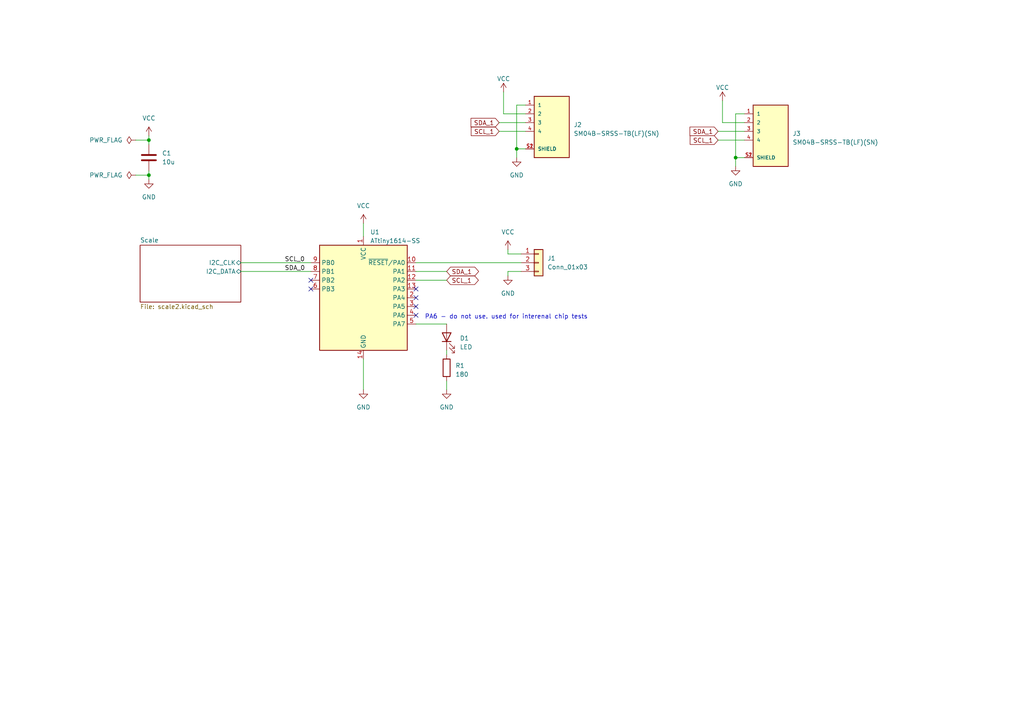
<source format=kicad_sch>
(kicad_sch (version 20230121) (generator eeschema)
  (paper "A4")
  (lib_symbols
    (symbol "Connector_Generic:Conn_01x03" (pin_names (offset 1.016) hide)
      (property "Reference" "J" (at 0 5.08 0))
      (property "Value" "Conn_01x03" (at 0 -5.08 0))
      (symbol "Conn_01x03_1_1"
        (rectangle (start -1.27 -2.413) (end 0 -2.667) (stroke (width 0.1524)))
        (rectangle (start -1.27 0.127) (end 0 -0.127) (stroke (width 0.1524)))
        (rectangle (start -1.27 2.667) (end 0 2.413) (stroke (width 0.1524)))
        (rectangle (start -1.27 3.81) (end 1.27 -3.81) (stroke (width 0.254)) (fill (type background)))
        (pin passive line (at -5.08 2.54 0) (length 3.81) (name "Pin_1") (number "1"))
        (pin passive line (at -5.08 0 0) (length 3.81) (name "Pin_2") (number "2"))
        (pin passive line (at -5.08 -2.54 0) (length 3.81) (name "Pin_3") (number "3"))
      )
    )
    (symbol "Device:C" (pin_numbers hide) (pin_names (offset 0.254))
      (property "Reference" "C" (at 0.635 2.54 0))
      (property "Value" "C" (at 0.635 -2.54 0))
      (symbol "C_0_1"
        (polyline (pts (xy -2.032 -0.762) (xy 2.032 -0.762)) (stroke (width 0.508)))
        (polyline (pts (xy -2.032 0.762) (xy 2.032 0.762)) (stroke (width 0.508)))
      )
      (symbol "C_1_1"
        (pin passive line (at 0 3.81 270) (length 2.794) (name "~") (number "1"))
        (pin passive line (at 0 -3.81 90) (length 2.794) (name "~") (number "2"))
      )
    )
    (symbol "Device:LED" (pin_numbers hide) (pin_names (offset 1.016) hide)
      (property "Reference" "D" (at 0 2.54 0))
      (property "Value" "LED" (at 0 -2.54 0))
      (symbol "LED_0_1"
        (polyline (pts (xy -1.27 -1.27) (xy -1.27 1.27)) (stroke (width 0.254)))
        (polyline (pts (xy -1.27 0) (xy 1.27 0)))
        (polyline (pts (xy 1.27 -1.27) (xy 1.27 1.27) (xy -1.27 0) (xy 1.27 -1.27)) (stroke (width 0.254)))
        (polyline (pts (xy -3.048 -0.762) (xy -4.572 -2.286) (xy -3.81 -2.286) (xy -4.572 -2.286) (xy -4.572 -1.524)))
        (polyline (pts (xy -1.778 -0.762) (xy -3.302 -2.286) (xy -2.54 -2.286) (xy -3.302 -2.286) (xy -3.302 -1.524)))
      )
      (symbol "LED_1_1"
        (pin passive line (at -3.81 0 0) (length 2.54) (name "K") (number "1"))
        (pin passive line (at 3.81 0 180) (length 2.54) (name "A") (number "2"))
      )
    )
    (symbol "Device:R" (pin_numbers hide) (pin_names (offset 0))
      (property "Reference" "R" (at 2.032 0 90))
      (property "Value" "R" (at 0 0 90))
      (symbol "R_0_1"
        (rectangle (start -1.016 -2.54) (end 1.016 2.54) (stroke (width 0.254)))
      )
      (symbol "R_1_1"
        (pin passive line (at 0 3.81 270) (length 1.27) (name "~") (number "1"))
        (pin passive line (at 0 -3.81 90) (length 1.27) (name "~") (number "2"))
      )
    )
    (symbol "MCU_Microchip_ATtiny:ATtiny1614-SS"
      (property "Reference" "U" (at -12.7 16.51 0))
      (property "Value" "ATtiny1614-SS" (at 2.54 -16.51 0))
      (symbol "ATtiny1614-SS_0_1"
        (rectangle (start -12.7 -15.24) (end 12.7 15.24) (stroke (width 0.254)) (fill (type background)))
      )
      (symbol "ATtiny1614-SS_1_1"
        (pin power_in line (at 0 17.78 270) (length 2.54) (name "VCC") (number "1"))
        (pin bidirectional line (at 15.24 10.16 180) (length 2.54) (name "~{RESET}/PA0") (number "10"))
        (pin bidirectional line (at 15.24 7.62 180) (length 2.54) (name "PA1") (number "11"))
        (pin bidirectional line (at 15.24 5.08 180) (length 2.54) (name "PA2") (number "12"))
        (pin bidirectional line (at 15.24 2.54 180) (length 2.54) (name "PA3") (number "13"))
        (pin power_in line (at 0 -17.78 90) (length 2.54) (name "GND") (number "14"))
        (pin bidirectional line (at 15.24 0 180) (length 2.54) (name "PA4") (number "2"))
        (pin bidirectional line (at 15.24 -2.54 180) (length 2.54) (name "PA5") (number "3"))
        (pin bidirectional line (at 15.24 -5.08 180) (length 2.54) (name "PA6") (number "4"))
        (pin bidirectional line (at 15.24 -7.62 180) (length 2.54) (name "PA7") (number "5"))
        (pin bidirectional line (at -15.24 2.54 0) (length 2.54) (name "PB3") (number "6"))
        (pin bidirectional line (at -15.24 5.08 0) (length 2.54) (name "PB2") (number "7"))
        (pin bidirectional line (at -15.24 7.62 0) (length 2.54) (name "PB1") (number "8"))
        (pin bidirectional line (at -15.24 10.16 0) (length 2.54) (name "PB0") (number "9"))
      )
    )
    (symbol "connector:SM04B-SRSS-TB(LF)(SN)" (pin_names (offset 1.016))
      (property "Reference" "J" (at -5.0831 8.1433 0))
      (property "Value" "SM04B-SRSS-TB(LF)(SN)" (at -5.0835 -11.9557 0))
      (symbol "SM04B-SRSS-TB(LF)(SN)_0_0"
        (rectangle (start -5.08 -10.16) (end 5.08 7.62) (stroke (width 0.254)) (fill (type background)))
        (pin passive line (at -7.62 5.08 0) (length 2.54) (name "1") (number "1"))
        (pin passive line (at -7.62 2.54 0) (length 2.54) (name "2") (number "2"))
        (pin passive line (at -7.62 0 0) (length 2.54) (name "3") (number "3"))
        (pin passive line (at -7.62 -2.54 0) (length 2.54) (name "4") (number "4"))
        (pin passive line (at -7.62 -7.62 0) (length 2.54) (name "SHIELD") (number "S1"))
        (pin passive line (at -7.62 -7.62 0) (length 2.54) (name "SHIELD") (number "S2"))
      )
    )
    (symbol "power:GND" (power) (pin_names (offset 0))
      (property "Value" "GND" (at 0 -3.81 0))
      (symbol "GND_0_1"
        (polyline (pts (xy 0 0) (xy 0 -1.27) (xy 1.27 -1.27) (xy 0 -2.54) (xy -1.27 -1.27) (xy 0 -1.27)))
      )
      (symbol "GND_1_1"
        (pin power_in line (at 0 0 270) (length 0) hide (name "GND") (number "1"))
      )
    )
    (symbol "power:PWR_FLAG" (power) (pin_numbers hide) (pin_names (offset 0) hide)
      (property "Value" "PWR_FLAG" (at 0 3.81 0))
      (symbol "PWR_FLAG_0_0"
        (pin power_out line (at 0 0 90) (length 0) (name "pwr") (number "1"))
      )
      (symbol "PWR_FLAG_0_1"
        (polyline (pts (xy 0 0) (xy 0 1.27) (xy -1.016 1.905) (xy 0 2.54) (xy 1.016 1.905) (xy 0 1.27)))
      )
    )
    (symbol "power:VCC" (power) (pin_names (offset 0))
      (property "Value" "VCC" (at 0 3.81 0))
      (symbol "VCC_0_1"
        (polyline (pts (xy -0.762 1.27) (xy 0 2.54)))
        (polyline (pts (xy 0 0) (xy 0 2.54)))
        (polyline (pts (xy 0 2.54) (xy 0.762 1.27)))
      )
      (symbol "VCC_1_1"
        (pin power_in line (at 0 0 90) (length 0) hide (name "VCC") (number "1"))
      )
    )
  )
  (junction (at 213.36 45.72))
  (junction (at 149.86 43.18))
  (junction (at 43.18 40.64))
  (junction (at 43.18 50.8))
  (no_connect (at 120.65 83.82))
  (no_connect (at 120.65 91.44))
  (no_connect (at 120.65 88.9))
  (no_connect (at 120.65 86.36))
  (no_connect (at 90.17 81.28))
  (no_connect (at 90.17 83.82))
  (wire (pts (xy 39.37 40.64) (xy 43.18 40.64)))
  (wire (pts (xy 215.9 33.02) (xy 213.36 33.02)))
  (wire (pts (xy 213.36 48.26) (xy 213.36 45.72)))
  (wire (pts (xy 209.55 35.56) (xy 209.55 29.21)))
  (wire (pts (xy 149.86 30.48) (xy 149.86 43.18)))
  (wire (pts (xy 120.65 78.74) (xy 129.54 78.74)))
  (wire (pts (xy 213.36 33.02) (xy 213.36 45.72)))
  (wire (pts (xy 152.4 30.48) (xy 149.86 30.48)))
  (wire (pts (xy 208.28 40.64) (xy 215.9 40.64)))
  (wire (pts (xy 69.85 78.74) (xy 90.17 78.74)))
  (wire (pts (xy 43.18 50.8) (xy 43.18 52.07)))
  (wire (pts (xy 43.18 39.37) (xy 43.18 40.64)))
  (wire (pts (xy 69.85 76.2) (xy 90.17 76.2)))
  (wire (pts (xy 129.54 101.6) (xy 129.54 102.87)))
  (wire (pts (xy 147.32 73.66) (xy 147.32 72.39)))
  (wire (pts (xy 43.18 40.64) (xy 43.18 41.91)))
  (wire (pts (xy 105.41 64.77) (xy 105.41 68.58)))
  (wire (pts (xy 129.54 110.49) (xy 129.54 113.03)))
  (wire (pts (xy 120.65 76.2) (xy 151.13 76.2)))
  (wire (pts (xy 120.65 93.98) (xy 129.54 93.98)))
  (wire (pts (xy 144.78 38.1) (xy 152.4 38.1)))
  (wire (pts (xy 39.37 50.8) (xy 43.18 50.8)))
  (wire (pts (xy 149.86 45.72) (xy 149.86 43.18)))
  (wire (pts (xy 213.36 45.72) (xy 215.9 45.72)))
  (wire (pts (xy 215.9 35.56) (xy 209.55 35.56)))
  (wire (pts (xy 151.13 78.74) (xy 147.32 78.74)))
  (wire (pts (xy 43.18 49.53) (xy 43.18 50.8)))
  (wire (pts (xy 120.65 81.28) (xy 129.54 81.28)))
  (wire (pts (xy 208.28 38.1) (xy 215.9 38.1)))
  (wire (pts (xy 105.41 104.14) (xy 105.41 113.03)))
  (wire (pts (xy 149.86 43.18) (xy 152.4 43.18)))
  (wire (pts (xy 146.05 33.02) (xy 146.05 26.67)))
  (wire (pts (xy 152.4 33.02) (xy 146.05 33.02)))
  (wire (pts (xy 151.13 73.66) (xy 147.32 73.66)))
  (wire (pts (xy 144.78 35.56) (xy 152.4 35.56)))
  (wire (pts (xy 147.32 78.74) (xy 147.32 80.01)))
  (text "PA6 - do not use. used for interenal chip tests" (at 123.19 92.71 0) (effects (font (size 1.27 1.27)) (justify left bottom)))
  (label "SDA_0" (at 82.55 78.74 0))
  (label "SCL_0" (at 82.55 76.2 0))
  (global_label "SDA_1" (shape bidirectional) (at 129.54 78.74 0) (property "Intersheetrefs" "${INTERSHEET_REFS}" (effects hide)))
  (global_label "SCL_1" (shape input) (at 144.78 38.1 180) (property "Intersheetrefs" "${INTERSHEET_REFS}" (effects hide)))
  (global_label "SDA_1" (shape input) (at 208.28 38.1 180) (property "Intersheetrefs" "${INTERSHEET_REFS}" (effects hide)))
  (global_label "SCL_1" (shape input) (at 208.28 40.64 180) (property "Intersheetrefs" "${INTERSHEET_REFS}" (effects hide)))
  (global_label "SDA_1" (shape input) (at 144.78 35.56 180) (property "Intersheetrefs" "${INTERSHEET_REFS}" (effects hide)))
  (global_label "SCL_1" (shape bidirectional) (at 129.54 81.28 0) (property "Intersheetrefs" "${INTERSHEET_REFS}" (effects hide)))
  (symbol (lib_id "power:PWR_FLAG") (at 39.37 40.64 90) (unit 1)
    (property "Reference" "#FLG01" (effects hide))
    (property "Value" "PWR_FLAG" (at 35.56 40.6399 90) (effects (justify left)))
  )
  (symbol (lib_id "power:GND") (at 213.36 48.26 0) (unit 1)
    (property "Reference" "#PWR011" (effects hide))
    (property "Value" "GND" (at 213.36 53.34 0))
  )
  (symbol (lib_id "power:VCC") (at 146.05 26.67 0) (unit 1)
    (property "Reference" "#PWR06" (effects hide))
    (property "Value" "VCC" (at 146.05 22.86 0))
  )
  (symbol (lib_id "Connector_Generic:Conn_01x03") (at 156.21 76.2 0) (unit 1)
    (property "Reference" "J1" (at 158.75 74.9299 0) (effects (justify left)))
    (property "Value" "Conn_01x03" (at 158.75 77.4699 0) (effects (justify left)))
    (property "Footprint" "Connector_PinSocket_2.54mm:PinSocket_1x03_P2.54mm_Vertical" (effects hide))
  )
  (symbol (lib_id "power:GND") (at 149.86 45.72 0) (unit 1)
    (property "Reference" "#PWR09" (effects hide))
    (property "Value" "GND" (at 149.86 50.8 0))
  )
  (symbol (lib_id "power:VCC") (at 147.32 72.39 0) (unit 1)
    (property "Reference" "#PWR07" (effects hide))
    (property "Value" "VCC" (at 147.32 67.31 0))
  )
  (symbol (lib_id "power:GND") (at 129.54 113.03 0) (unit 1)
    (property "Reference" "#PWR05" (effects hide))
    (property "Value" "GND" (at 129.54 118.11 0))
  )
  (symbol (lib_id "power:GND") (at 147.32 80.01 0) (unit 1)
    (property "Reference" "#PWR08" (effects hide))
    (property "Value" "GND" (at 147.32 85.09 0))
  )
  (symbol (lib_id "Device:C") (at 43.18 45.72 0) (unit 1)
    (property "Reference" "C1" (at 46.99 44.4499 0) (effects (justify left)))
    (property "Value" "10u" (at 46.99 46.9899 0) (effects (justify left)))
    (property "Footprint" "Capacitor_SMD:C_1206_3216Metric" (effects hide))
  )
  (symbol (lib_id "MCU_Microchip_ATtiny:ATtiny1614-SS") (at 105.41 86.36 0) (unit 1)
    (property "Reference" "U1" (at 107.3659 67.31 0) (effects (justify left)))
    (property "Value" "ATtiny1614-SS" (at 107.3659 69.85 0) (effects (justify left)))
    (property "Footprint" "Package_SO:SOIC-14_3.9x8.7mm_P1.27mm" (effects hide))
    (property "Datasheet" "http://ww1.microchip.com/downloads/en/DeviceDoc/ATtiny1614-data-sheet-40001995A.pdf" (effects hide))
  )
  (symbol (lib_id "power:GND") (at 43.18 52.07 0) (unit 1)
    (property "Reference" "#PWR02" (effects hide))
    (property "Value" "GND" (at 43.18 57.15 0))
  )
  (symbol (lib_id "Device:LED") (at 129.54 97.79 90) (unit 1)
    (property "Reference" "D1" (at 133.35 98.1074 90) (effects (justify right)))
    (property "Value" "LED" (at 133.35 100.6474 90) (effects (justify right)))
    (property "Footprint" "LED_SMD:LED_1206_3216Metric_Pad1.42x1.75mm_HandSolder" (effects hide))
  )
  (symbol (lib_id "connector:SM04B-SRSS-TB(LF)(SN)") (at 223.52 38.1 0) (unit 1)
    (property "Reference" "J3" (at 229.87 38.735 0) (effects (justify left)))
    (property "Value" "SM04B-SRSS-TB(LF)(SN)" (at 229.87 41.275 0) (effects (justify left)))
    (property "Footprint" "Quiicconnector:JST_SM04B-SRSS-TB(LF)(SN)" (effects hide))
    (property "MANUFACTURER" "JST" (effects hide))
    (property "STANDARD" "Manufacturer recommendations" (effects hide))
  )
  (symbol (lib_id "Device:R") (at 129.54 106.68 0) (unit 1)
    (property "Reference" "R1" (at 132.08 106.045 0) (effects (justify left)))
    (property "Value" "180" (at 132.08 108.585 0) (effects (justify left)))
    (property "Footprint" "Resistor_SMD:R_1206_3216Metric_Pad1.30x1.75mm_HandSolder" (effects hide))
  )
  (symbol (lib_id "power:VCC") (at 209.55 29.21 0) (unit 1)
    (property "Reference" "#PWR010" (effects hide))
    (property "Value" "VCC" (at 209.55 25.4 0))
  )
  (symbol (lib_id "power:VCC") (at 105.41 64.77 0) (unit 1)
    (property "Reference" "#PWR03" (effects hide))
    (property "Value" "VCC" (at 105.41 59.69 0))
  )
  (symbol (lib_id "connector:SM04B-SRSS-TB(LF)(SN)") (at 160.02 35.56 0) (unit 1)
    (property "Reference" "J2" (at 166.37 36.195 0) (effects (justify left)))
    (property "Value" "SM04B-SRSS-TB(LF)(SN)" (at 166.37 38.735 0) (effects (justify left)))
    (property "Footprint" "Quiicconnector:JST_SM04B-SRSS-TB(LF)(SN)" (effects hide))
    (property "MANUFACTURER" "JST" (effects hide))
    (property "STANDARD" "Manufacturer recommendations" (effects hide))
  )
  (symbol (lib_id "power:GND") (at 105.41 113.03 0) (unit 1)
    (property "Reference" "#PWR04" (effects hide))
    (property "Value" "GND" (at 105.41 118.11 0))
  )
  (symbol (lib_id "power:VCC") (at 43.18 39.37 0) (unit 1)
    (property "Reference" "#PWR01" (effects hide))
    (property "Value" "VCC" (at 43.18 34.29 0))
  )
  (symbol (lib_id "power:PWR_FLAG") (at 39.37 50.8 90) (unit 1)
    (property "Reference" "#FLG02" (effects hide))
    (property "Value" "PWR_FLAG" (at 35.56 50.7999 90) (effects (justify left)))
  )
  (sheet (at 40.64 71.12) (size 29.21 16.51) (stroke (width 0.1524))
    (property "Sheetname" "Scale" (at 40.64 70.4084 0) (effects (justify left bottom)))
    (property "Sheetfile" "scale2.kicad_sch" (at 40.64 88.2146 0) (effects (justify left top)))
    (pin "I2C_DATA" tri_state (at 69.85 78.74 0))
    (pin "I2C_CLK" tri_state (at 69.85 76.2 0))
  )
)
</source>
